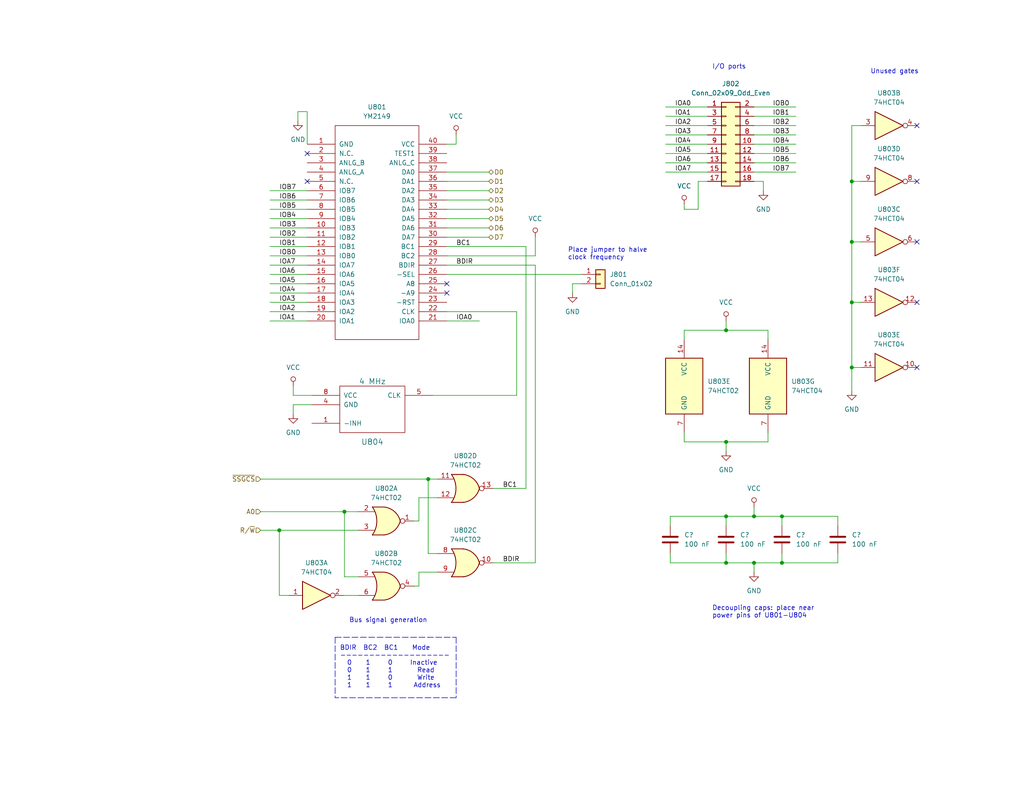
<source format=kicad_sch>
(kicad_sch (version 20211123) (generator eeschema)
  (paper "USLetter")
  (title_block (title "YM2149 sound module") (company "daveho hacks"))
  (lib_symbols
    (symbol "74xx:74HCT02" (pin_names (offset 1.016))
      (property "Reference" "U" (at 0 1.27 0))
      (property "Value" "74HCT02" (at 0 -1.27 0))
      (symbol "74HCT02_1_1"
        (arc (start -3.81 -3.81) (mid -2.589 0) (end -3.81 3.81) (stroke (width 0.254)))
        (arc (start -0.6096 -3.81) (mid 2.1842 -2.5851) (end 3.81 0) (stroke (width 0.254)) (fill (type background)))
        (polyline (pts (xy -3.81 -3.81) (xy -0.635 -3.81)) (stroke (width 0.254)) (fill (type background)))
        (polyline (pts (xy -3.81 3.81) (xy -0.635 3.81)) (stroke (width 0.254)) (fill (type background)))
        (polyline (pts (xy -0.635 3.81) (xy -3.81 3.81) (xy -3.81 3.81) (xy -3.556 3.4036) (xy -3.0226 2.2606) (xy -2.6924 1.0414) (xy -2.6162 -0.254) (xy -2.7686 -1.4986) (xy -3.175 -2.7178) (xy -3.81 -3.81) (xy -3.81 -3.81) (xy -0.635 -3.81)) (stroke (width -25.4)) (fill (type background)))
        (arc (start 3.81 0) (mid 2.1915 2.5936) (end -0.6096 3.81) (stroke (width 0.254)) (fill (type background)))
        (pin output inverted (at 7.62 0 180) (length 3.81) (name "~") (number "1"))
        (pin input line (at -7.62 2.54 0) (length 4.318) (name "~") (number "2"))
        (pin input line (at -7.62 -2.54 0) (length 4.318) (name "~") (number "3"))
      )
      (symbol "74HCT02_1_2"
        (arc (start 0 -3.81) (mid 3.81 0) (end 0 3.81) (stroke (width 0.254)) (fill (type background)))
        (polyline (pts (xy 0 3.81) (xy -3.81 3.81) (xy -3.81 -3.81) (xy 0 -3.81)) (stroke (width 0.254)) (fill (type background)))
        (pin output line (at 7.62 0 180) (length 3.81) (name "~") (number "1"))
        (pin input inverted (at -7.62 2.54 0) (length 3.81) (name "~") (number "2"))
        (pin input inverted (at -7.62 -2.54 0) (length 3.81) (name "~") (number "3"))
      )
      (symbol "74HCT02_2_1"
        (arc (start -3.81 -3.81) (mid -2.589 0) (end -3.81 3.81) (stroke (width 0.254)))
        (arc (start -0.6096 -3.81) (mid 2.1842 -2.5851) (end 3.81 0) (stroke (width 0.254)) (fill (type background)))
        (polyline (pts (xy -3.81 -3.81) (xy -0.635 -3.81)) (stroke (width 0.254)) (fill (type background)))
        (polyline (pts (xy -3.81 3.81) (xy -0.635 3.81)) (stroke (width 0.254)) (fill (type background)))
        (polyline (pts (xy -0.635 3.81) (xy -3.81 3.81) (xy -3.81 3.81) (xy -3.556 3.4036) (xy -3.0226 2.2606) (xy -2.6924 1.0414) (xy -2.6162 -0.254) (xy -2.7686 -1.4986) (xy -3.175 -2.7178) (xy -3.81 -3.81) (xy -3.81 -3.81) (xy -0.635 -3.81)) (stroke (width -25.4)) (fill (type background)))
        (arc (start 3.81 0) (mid 2.1915 2.5936) (end -0.6096 3.81) (stroke (width 0.254)) (fill (type background)))
        (pin output inverted (at 7.62 0 180) (length 3.81) (name "~") (number "4"))
        (pin input line (at -7.62 2.54 0) (length 4.318) (name "~") (number "5"))
        (pin input line (at -7.62 -2.54 0) (length 4.318) (name "~") (number "6"))
      )
      (symbol "74HCT02_2_2"
        (arc (start 0 -3.81) (mid 3.81 0) (end 0 3.81) (stroke (width 0.254)) (fill (type background)))
        (polyline (pts (xy 0 3.81) (xy -3.81 3.81) (xy -3.81 -3.81) (xy 0 -3.81)) (stroke (width 0.254)) (fill (type background)))
        (pin output line (at 7.62 0 180) (length 3.81) (name "~") (number "4"))
        (pin input inverted (at -7.62 2.54 0) (length 3.81) (name "~") (number "5"))
        (pin input inverted (at -7.62 -2.54 0) (length 3.81) (name "~") (number "6"))
      )
      (symbol "74HCT02_3_1"
        (arc (start -3.81 -3.81) (mid -2.589 0) (end -3.81 3.81) (stroke (width 0.254)))
        (arc (start -0.6096 -3.81) (mid 2.1842 -2.5851) (end 3.81 0) (stroke (width 0.254)) (fill (type background)))
        (polyline (pts (xy -3.81 -3.81) (xy -0.635 -3.81)) (stroke (width 0.254)) (fill (type background)))
        (polyline (pts (xy -3.81 3.81) (xy -0.635 3.81)) (stroke (width 0.254)) (fill (type background)))
        (polyline (pts (xy -0.635 3.81) (xy -3.81 3.81) (xy -3.81 3.81) (xy -3.556 3.4036) (xy -3.0226 2.2606) (xy -2.6924 1.0414) (xy -2.6162 -0.254) (xy -2.7686 -1.4986) (xy -3.175 -2.7178) (xy -3.81 -3.81) (xy -3.81 -3.81) (xy -0.635 -3.81)) (stroke (width -25.4)) (fill (type background)))
        (arc (start 3.81 0) (mid 2.1915 2.5936) (end -0.6096 3.81) (stroke (width 0.254)) (fill (type background)))
        (pin output inverted (at 7.62 0 180) (length 3.81) (name "~") (number "10"))
        (pin input line (at -7.62 2.54 0) (length 4.318) (name "~") (number "8"))
        (pin input line (at -7.62 -2.54 0) (length 4.318) (name "~") (number "9"))
      )
      (symbol "74HCT02_3_2"
        (arc (start 0 -3.81) (mid 3.81 0) (end 0 3.81) (stroke (width 0.254)) (fill (type background)))
        (polyline (pts (xy 0 3.81) (xy -3.81 3.81) (xy -3.81 -3.81) (xy 0 -3.81)) (stroke (width 0.254)) (fill (type background)))
        (pin output line (at 7.62 0 180) (length 3.81) (name "~") (number "10"))
        (pin input inverted (at -7.62 2.54 0) (length 3.81) (name "~") (number "8"))
        (pin input inverted (at -7.62 -2.54 0) (length 3.81) (name "~") (number "9"))
      )
      (symbol "74HCT02_4_1"
        (arc (start -3.81 -3.81) (mid -2.589 0) (end -3.81 3.81) (stroke (width 0.254)))
        (arc (start -0.6096 -3.81) (mid 2.1842 -2.5851) (end 3.81 0) (stroke (width 0.254)) (fill (type background)))
        (polyline (pts (xy -3.81 -3.81) (xy -0.635 -3.81)) (stroke (width 0.254)) (fill (type background)))
        (polyline (pts (xy -3.81 3.81) (xy -0.635 3.81)) (stroke (width 0.254)) (fill (type background)))
        (polyline (pts (xy -0.635 3.81) (xy -3.81 3.81) (xy -3.81 3.81) (xy -3.556 3.4036) (xy -3.0226 2.2606) (xy -2.6924 1.0414) (xy -2.6162 -0.254) (xy -2.7686 -1.4986) (xy -3.175 -2.7178) (xy -3.81 -3.81) (xy -3.81 -3.81) (xy -0.635 -3.81)) (stroke (width -25.4)) (fill (type background)))
        (arc (start 3.81 0) (mid 2.1915 2.5936) (end -0.6096 3.81) (stroke (width 0.254)) (fill (type background)))
        (pin input line (at -7.62 2.54 0) (length 4.318) (name "~") (number "11"))
        (pin input line (at -7.62 -2.54 0) (length 4.318) (name "~") (number "12"))
        (pin output inverted (at 7.62 0 180) (length 3.81) (name "~") (number "13"))
      )
      (symbol "74HCT02_4_2"
        (arc (start 0 -3.81) (mid 3.81 0) (end 0 3.81) (stroke (width 0.254)) (fill (type background)))
        (polyline (pts (xy 0 3.81) (xy -3.81 3.81) (xy -3.81 -3.81) (xy 0 -3.81)) (stroke (width 0.254)) (fill (type background)))
        (pin input inverted (at -7.62 2.54 0) (length 3.81) (name "~") (number "11"))
        (pin input inverted (at -7.62 -2.54 0) (length 3.81) (name "~") (number "12"))
        (pin output line (at 7.62 0 180) (length 3.81) (name "~") (number "13"))
      )
      (symbol "74HCT02_5_0"
        (pin power_in line (at 0 12.7 270) (length 5.08) (name "VCC") (number "14"))
        (pin power_in line (at 0 -12.7 90) (length 5.08) (name "GND") (number "7"))
      )
      (symbol "74HCT02_5_1"
        (rectangle (start -5.08 7.62) (end 5.08 -7.62) (stroke (width 0.254)) (fill (type background)))
      )
    )
    (symbol "74xx:74HCT04" (pin_names (offset 1.016))
      (property "Reference" "U" (at 0 1.27 0))
      (property "Value" "74HCT04" (at 0 -1.27 0))
      (symbol "74HCT04_1_0"
        (polyline (pts (xy -3.81 3.81) (xy -3.81 -3.81) (xy 3.81 0) (xy -3.81 3.81)) (stroke (width 0.254)) (fill (type background)))
        (pin input line (at -7.62 0 0) (length 3.81) (name "~") (number "1"))
        (pin output inverted (at 7.62 0 180) (length 3.81) (name "~") (number "2"))
      )
      (symbol "74HCT04_2_0"
        (polyline (pts (xy -3.81 3.81) (xy -3.81 -3.81) (xy 3.81 0) (xy -3.81 3.81)) (stroke (width 0.254)) (fill (type background)))
        (pin input line (at -7.62 0 0) (length 3.81) (name "~") (number "3"))
        (pin output inverted (at 7.62 0 180) (length 3.81) (name "~") (number "4"))
      )
      (symbol "74HCT04_3_0"
        (polyline (pts (xy -3.81 3.81) (xy -3.81 -3.81) (xy 3.81 0) (xy -3.81 3.81)) (stroke (width 0.254)) (fill (type background)))
        (pin input line (at -7.62 0 0) (length 3.81) (name "~") (number "5"))
        (pin output inverted (at 7.62 0 180) (length 3.81) (name "~") (number "6"))
      )
      (symbol "74HCT04_4_0"
        (polyline (pts (xy -3.81 3.81) (xy -3.81 -3.81) (xy 3.81 0) (xy -3.81 3.81)) (stroke (width 0.254)) (fill (type background)))
        (pin output inverted (at 7.62 0 180) (length 3.81) (name "~") (number "8"))
        (pin input line (at -7.62 0 0) (length 3.81) (name "~") (number "9"))
      )
      (symbol "74HCT04_5_0"
        (polyline (pts (xy -3.81 3.81) (xy -3.81 -3.81) (xy 3.81 0) (xy -3.81 3.81)) (stroke (width 0.254)) (fill (type background)))
        (pin output inverted (at 7.62 0 180) (length 3.81) (name "~") (number "10"))
        (pin input line (at -7.62 0 0) (length 3.81) (name "~") (number "11"))
      )
      (symbol "74HCT04_6_0"
        (polyline (pts (xy -3.81 3.81) (xy -3.81 -3.81) (xy 3.81 0) (xy -3.81 3.81)) (stroke (width 0.254)) (fill (type background)))
        (pin output inverted (at 7.62 0 180) (length 3.81) (name "~") (number "12"))
        (pin input line (at -7.62 0 0) (length 3.81) (name "~") (number "13"))
      )
      (symbol "74HCT04_7_0"
        (pin power_in line (at 0 12.7 270) (length 5.08) (name "VCC") (number "14"))
        (pin power_in line (at 0 -12.7 90) (length 5.08) (name "GND") (number "7"))
      )
      (symbol "74HCT04_7_1"
        (rectangle (start -5.08 7.62) (end 5.08 -7.62) (stroke (width 0.254)) (fill (type background)))
      )
    )
    (symbol "Connector_Generic:Conn_01x02" (pin_names (offset 1.016) hide)
      (property "Reference" "J" (at 0 2.54 0))
      (property "Value" "Conn_01x02" (at 0 -5.08 0))
      (symbol "Conn_01x02_1_1"
        (rectangle (start -1.27 -2.413) (end 0 -2.667) (stroke (width 0.1524)))
        (rectangle (start -1.27 0.127) (end 0 -0.127) (stroke (width 0.1524)))
        (rectangle (start -1.27 1.27) (end 1.27 -3.81) (stroke (width 0.254)) (fill (type background)))
        (pin passive line (at -5.08 0 0) (length 3.81) (name "Pin_1") (number "1"))
        (pin passive line (at -5.08 -2.54 0) (length 3.81) (name "Pin_2") (number "2"))
      )
    )
    (symbol "Connector_Generic:Conn_02x09_Odd_Even" (pin_names (offset 1.016) hide)
      (property "Reference" "J" (at 1.27 12.7 0))
      (property "Value" "Conn_02x09_Odd_Even" (at 1.27 -12.7 0))
      (symbol "Conn_02x09_Odd_Even_1_1"
        (rectangle (start -1.27 -10.033) (end 0 -10.287) (stroke (width 0.1524)))
        (rectangle (start -1.27 -7.493) (end 0 -7.747) (stroke (width 0.1524)))
        (rectangle (start -1.27 -4.953) (end 0 -5.207) (stroke (width 0.1524)))
        (rectangle (start -1.27 -2.413) (end 0 -2.667) (stroke (width 0.1524)))
        (rectangle (start -1.27 0.127) (end 0 -0.127) (stroke (width 0.1524)))
        (rectangle (start -1.27 2.667) (end 0 2.413) (stroke (width 0.1524)))
        (rectangle (start -1.27 5.207) (end 0 4.953) (stroke (width 0.1524)))
        (rectangle (start -1.27 7.747) (end 0 7.493) (stroke (width 0.1524)))
        (rectangle (start -1.27 10.287) (end 0 10.033) (stroke (width 0.1524)))
        (rectangle (start -1.27 11.43) (end 3.81 -11.43) (stroke (width 0.254)) (fill (type background)))
        (rectangle (start 3.81 -10.033) (end 2.54 -10.287) (stroke (width 0.1524)))
        (rectangle (start 3.81 -7.493) (end 2.54 -7.747) (stroke (width 0.1524)))
        (rectangle (start 3.81 -4.953) (end 2.54 -5.207) (stroke (width 0.1524)))
        (rectangle (start 3.81 -2.413) (end 2.54 -2.667) (stroke (width 0.1524)))
        (rectangle (start 3.81 0.127) (end 2.54 -0.127) (stroke (width 0.1524)))
        (rectangle (start 3.81 2.667) (end 2.54 2.413) (stroke (width 0.1524)))
        (rectangle (start 3.81 5.207) (end 2.54 4.953) (stroke (width 0.1524)))
        (rectangle (start 3.81 7.747) (end 2.54 7.493) (stroke (width 0.1524)))
        (rectangle (start 3.81 10.287) (end 2.54 10.033) (stroke (width 0.1524)))
        (pin passive line (at -5.08 10.16 0) (length 3.81) (name "Pin_1") (number "1"))
        (pin passive line (at 7.62 0 180) (length 3.81) (name "Pin_10") (number "10"))
        (pin passive line (at -5.08 -2.54 0) (length 3.81) (name "Pin_11") (number "11"))
        (pin passive line (at 7.62 -2.54 180) (length 3.81) (name "Pin_12") (number "12"))
        (pin passive line (at -5.08 -5.08 0) (length 3.81) (name "Pin_13") (number "13"))
        (pin passive line (at 7.62 -5.08 180) (length 3.81) (name "Pin_14") (number "14"))
        (pin passive line (at -5.08 -7.62 0) (length 3.81) (name "Pin_15") (number "15"))
        (pin passive line (at 7.62 -7.62 180) (length 3.81) (name "Pin_16") (number "16"))
        (pin passive line (at -5.08 -10.16 0) (length 3.81) (name "Pin_17") (number "17"))
        (pin passive line (at 7.62 -10.16 180) (length 3.81) (name "Pin_18") (number "18"))
        (pin passive line (at 7.62 10.16 180) (length 3.81) (name "Pin_2") (number "2"))
        (pin passive line (at -5.08 7.62 0) (length 3.81) (name "Pin_3") (number "3"))
        (pin passive line (at 7.62 7.62 180) (length 3.81) (name "Pin_4") (number "4"))
        (pin passive line (at -5.08 5.08 0) (length 3.81) (name "Pin_5") (number "5"))
        (pin passive line (at 7.62 5.08 180) (length 3.81) (name "Pin_6") (number "6"))
        (pin passive line (at -5.08 2.54 0) (length 3.81) (name "Pin_7") (number "7"))
        (pin passive line (at 7.62 2.54 180) (length 3.81) (name "Pin_8") (number "8"))
        (pin passive line (at -5.08 0 0) (length 3.81) (name "Pin_9") (number "9"))
      )
    )
    (symbol "YM2149:YM2149" (pin_names (offset 1.016))
      (property "Reference" "U" (at 0 -2.54 0))
      (property "Value" "YM2149" (at 0 2.54 0))
      (symbol "YM2149_1_0"
        (rectangle (start -11.43 -29.21) (end 11.43 29.21))
      )
      (symbol "YM2149_1_1"
        (pin power_in line (at -19.05 24.13 0) (length 7.62) (name "GND") (number "1"))
        (pin bidirectional line (at -19.05 1.27 0) (length 7.62) (name "IOB3") (number "10"))
        (pin bidirectional line (at -19.05 -1.27 0) (length 7.62) (name "IOB2") (number "11"))
        (pin bidirectional line (at -19.05 -3.81 0) (length 7.62) (name "IOB1") (number "12"))
        (pin bidirectional line (at -19.05 -6.35 0) (length 7.62) (name "IOB0") (number "13"))
        (pin bidirectional line (at -19.05 -8.89 0) (length 7.62) (name "IOA7") (number "14"))
        (pin bidirectional line (at -19.05 -11.43 0) (length 7.62) (name "IOA6") (number "15"))
        (pin bidirectional line (at -19.05 -13.97 0) (length 7.62) (name "IOA5") (number "16"))
        (pin bidirectional line (at -19.05 -16.51 0) (length 7.62) (name "IOA4") (number "17"))
        (pin bidirectional line (at -19.05 -19.05 0) (length 7.62) (name "IOA3") (number "18"))
        (pin bidirectional line (at -19.05 -21.59 0) (length 7.62) (name "IOA2") (number "19"))
        (pin unspecified line (at -19.05 21.59 0) (length 7.62) (name "N.C.") (number "2"))
        (pin bidirectional line (at -19.05 -24.13 0) (length 7.62) (name "IOA1") (number "20"))
        (pin bidirectional line (at 19.05 -24.13 180) (length 7.62) (name "IOA0") (number "21"))
        (pin input line (at 19.05 -21.59 180) (length 7.62) (name "CLK") (number "22"))
        (pin input line (at 19.05 -19.05 180) (length 7.62) (name "-RST") (number "23"))
        (pin input line (at 19.05 -16.51 180) (length 7.62) (name "-A9") (number "24"))
        (pin input line (at 19.05 -13.97 180) (length 7.62) (name "A8") (number "25"))
        (pin input line (at 19.05 -11.43 180) (length 7.62) (name "-SEL") (number "26"))
        (pin input line (at 19.05 -8.89 180) (length 7.62) (name "BDIR") (number "27"))
        (pin input line (at 19.05 -6.35 180) (length 7.62) (name "BC2") (number "28"))
        (pin input line (at 19.05 -3.81 180) (length 7.62) (name "BC1") (number "29"))
        (pin output line (at -19.05 19.05 0) (length 7.62) (name "ANLG_B") (number "3"))
        (pin bidirectional line (at 19.05 -1.27 180) (length 7.62) (name "DA7") (number "30"))
        (pin bidirectional line (at 19.05 1.27 180) (length 7.62) (name "DA6") (number "31"))
        (pin bidirectional line (at 19.05 3.81 180) (length 7.62) (name "DA5") (number "32"))
        (pin bidirectional line (at 19.05 6.35 180) (length 7.62) (name "DA4") (number "33"))
        (pin bidirectional line (at 19.05 8.89 180) (length 7.62) (name "DA3") (number "34"))
        (pin bidirectional line (at 19.05 11.43 180) (length 7.62) (name "DA2") (number "35"))
        (pin bidirectional line (at 19.05 13.97 180) (length 7.62) (name "DA1") (number "36"))
        (pin bidirectional line (at 19.05 16.51 180) (length 7.62) (name "DA0") (number "37"))
        (pin input line (at 19.05 19.05 180) (length 7.62) (name "ANLG_C") (number "38"))
        (pin output line (at 19.05 21.59 180) (length 7.62) (name "TEST1") (number "39"))
        (pin output line (at -19.05 16.51 0) (length 7.62) (name "ANLG_A") (number "4"))
        (pin power_in line (at 19.05 24.13 180) (length 7.62) (name "VCC") (number "40"))
        (pin unspecified line (at -19.05 13.97 0) (length 7.62) (name "N.C.") (number "5"))
        (pin bidirectional line (at -19.05 11.43 0) (length 7.62) (name "IOB7") (number "6"))
        (pin bidirectional line (at -19.05 8.89 0) (length 7.62) (name "IOB6") (number "7"))
        (pin bidirectional line (at -19.05 6.35 0) (length 7.62) (name "IOB5") (number "8"))
        (pin bidirectional line (at -19.05 3.81 0) (length 7.62) (name "IOB4") (number "9"))
      )
    )
    (symbol "device:C" (pin_numbers hide) (pin_names (offset 0.254))
      (property "Reference" "C" (at 0.635 2.54 0))
      (property "Value" "C" (at 0.635 -2.54 0))
      (symbol "C_0_1"
        (polyline (pts (xy -2.032 -0.762) (xy 2.032 -0.762)) (stroke (width 0.508)))
        (polyline (pts (xy -2.032 0.762) (xy 2.032 0.762)) (stroke (width 0.508)))
      )
      (symbol "C_1_1"
        (pin passive line (at 0 3.81 270) (length 2.794) (name "~") (number "1"))
        (pin passive line (at 0 -3.81 90) (length 2.794) (name "~") (number "2"))
      )
    )
    (symbol "power:GND" (power) (pin_names (offset 0))
      (property "Value" "GND" (at 0 -3.81 0))
      (symbol "GND_0_1"
        (polyline (pts (xy 0 0) (xy 0 -1.27) (xy 1.27 -1.27) (xy 0 -2.54) (xy -1.27 -1.27) (xy 0 -1.27)))
      )
      (symbol "GND_1_1"
        (pin power_in line (at 0 0 270) (length 0) hide (name "GND") (number "1"))
      )
    )
    (symbol "power:VCC" (power) (pin_names (offset 0))
      (property "Value" "VCC" (at 0 3.81 0))
      (symbol "VCC_0_1"
        (polyline (pts (xy 0 0) (xy 0 1.27)))
        (circle (center 0 1.905) (radius 0.635))
      )
      (symbol "VCC_1_1"
        (pin power_in line (at 0 0 90) (length 0) hide (name "VCC") (number "1"))
      )
    )
    (symbol "ya68k:XTAL_OSC_HALF_CAN" (pin_names (offset 1.016))
      (property "Reference" "U" (at 0 7.62 0))
      (property "Value" "XTAL_OSC_HALF_CAN" (at 0 -7.62 0))
      (symbol "XTAL_OSC_HALF_CAN_0_1"
        (rectangle (start -8.89 6.35) (end 8.89 -6.35))
      )
      (symbol "XTAL_OSC_HALF_CAN_1_1"
        (pin input line (at -16.51 -3.81 0) (length 7.62) (name "-INH") (number "1"))
        (pin input line (at -16.51 1.27 0) (length 7.62) (name "GND") (number "4"))
        (pin input line (at 16.51 3.81 180) (length 7.62) (name "CLK") (number "5"))
        (pin input line (at -16.51 3.81 0) (length 7.62) (name "VCC") (number "8"))
      )
    )
  )
  (junction (at 232.41 49.53))
  (junction (at 232.41 66.04))
  (junction (at 213.36 140.97))
  (junction (at 198.12 120.65))
  (junction (at 205.74 153.67))
  (junction (at 232.41 82.55))
  (junction (at 198.12 140.97))
  (junction (at 93.98 139.7))
  (junction (at 76.2 144.78))
  (junction (at 232.41 100.33))
  (junction (at 205.74 140.97))
  (junction (at 198.12 90.17))
  (junction (at 116.84 130.81))
  (junction (at 213.36 153.67))
  (junction (at 198.12 153.67))
  (no_connect (at 121.92 77.47))
  (no_connect (at 250.19 49.53))
  (no_connect (at 250.19 100.33))
  (no_connect (at 121.92 80.01))
  (no_connect (at 83.82 49.53))
  (no_connect (at 250.19 66.04))
  (no_connect (at 250.19 82.55))
  (no_connect (at 250.19 34.29))
  (no_connect (at 83.82 41.91))
  (wire (pts (xy 205.74 31.75) (xy 217.17 31.75)))
  (wire (pts (xy 213.36 153.67) (xy 228.6 153.67)))
  (wire (pts (xy 83.82 30.48) (xy 81.28 30.48)))
  (wire (pts (xy 73.66 54.61) (xy 83.82 54.61)))
  (wire (pts (xy 232.41 82.55) (xy 234.95 82.55)))
  (wire (pts (xy 232.41 82.55) (xy 232.41 100.33)))
  (wire (pts (xy 73.66 64.77) (xy 83.82 64.77)))
  (wire (pts (xy 121.92 74.93) (xy 158.75 74.93)))
  (wire (pts (xy 186.69 92.71) (xy 186.69 90.17)))
  (wire (pts (xy 198.12 140.97) (xy 205.74 140.97)))
  (wire (pts (xy 83.82 39.37) (xy 83.82 30.48)))
  (wire (pts (xy 158.75 77.47) (xy 156.21 77.47)))
  (wire (pts (xy 181.61 41.91) (xy 193.04 41.91)))
  (polyline (pts (xy 91.44 173.99) (xy 124.46 173.99)))
  (wire (pts (xy 85.09 110.49) (xy 80.01 110.49)))
  (wire (pts (xy 146.05 64.77) (xy 146.05 69.85)))
  (wire (pts (xy 71.12 144.78) (xy 76.2 144.78)))
  (wire (pts (xy 198.12 90.17) (xy 209.55 90.17)))
  (wire (pts (xy 213.36 140.97) (xy 228.6 140.97)))
  (wire (pts (xy 208.28 49.53) (xy 208.28 52.07)))
  (wire (pts (xy 119.38 135.89) (xy 114.3 135.89)))
  (wire (pts (xy 232.41 49.53) (xy 234.95 49.53)))
  (wire (pts (xy 76.2 144.78) (xy 97.79 144.78)))
  (wire (pts (xy 181.61 36.83) (xy 193.04 36.83)))
  (wire (pts (xy 80.01 105.41) (xy 80.01 107.95)))
  (wire (pts (xy 205.74 39.37) (xy 217.17 39.37)))
  (wire (pts (xy 205.74 49.53) (xy 208.28 49.53)))
  (wire (pts (xy 182.88 153.67) (xy 198.12 153.67)))
  (wire (pts (xy 198.12 120.65) (xy 198.12 123.19)))
  (wire (pts (xy 121.92 62.23) (xy 133.35 62.23)))
  (wire (pts (xy 146.05 72.39) (xy 146.05 153.67)))
  (wire (pts (xy 116.84 130.81) (xy 119.38 130.81)))
  (wire (pts (xy 228.6 140.97) (xy 228.6 143.51)))
  (wire (pts (xy 121.92 57.15) (xy 133.35 57.15)))
  (wire (pts (xy 121.92 72.39) (xy 146.05 72.39)))
  (wire (pts (xy 186.69 120.65) (xy 198.12 120.65)))
  (wire (pts (xy 198.12 153.67) (xy 205.74 153.67)))
  (wire (pts (xy 121.92 46.99) (xy 133.35 46.99)))
  (wire (pts (xy 113.03 142.24) (xy 114.3 142.24)))
  (wire (pts (xy 73.66 87.63) (xy 83.82 87.63)))
  (wire (pts (xy 73.66 59.69) (xy 83.82 59.69)))
  (wire (pts (xy 205.74 153.67) (xy 205.74 156.21)))
  (wire (pts (xy 73.66 72.39) (xy 83.82 72.39)))
  (wire (pts (xy 205.74 140.97) (xy 213.36 140.97)))
  (wire (pts (xy 205.74 41.91) (xy 217.17 41.91)))
  (wire (pts (xy 205.74 44.45) (xy 217.17 44.45)))
  (wire (pts (xy 73.66 67.31) (xy 83.82 67.31)))
  (wire (pts (xy 71.12 130.81) (xy 116.84 130.81)))
  (wire (pts (xy 93.98 157.48) (xy 93.98 139.7)))
  (polyline (pts (xy 124.46 173.99) (xy 124.46 190.5)))
  (wire (pts (xy 232.41 49.53) (xy 232.41 66.04)))
  (wire (pts (xy 205.74 36.83) (xy 217.17 36.83)))
  (wire (pts (xy 93.98 139.7) (xy 97.79 139.7)))
  (wire (pts (xy 71.12 139.7) (xy 93.98 139.7)))
  (wire (pts (xy 124.46 36.83) (xy 124.46 39.37)))
  (polyline (pts (xy 124.46 190.5) (xy 91.44 190.5)))
  (wire (pts (xy 73.66 82.55) (xy 83.82 82.55)))
  (wire (pts (xy 116.84 151.13) (xy 116.84 130.81)))
  (wire (pts (xy 181.61 29.21) (xy 193.04 29.21)))
  (wire (pts (xy 134.62 153.67) (xy 146.05 153.67)))
  (wire (pts (xy 93.98 162.56) (xy 97.79 162.56)))
  (wire (pts (xy 181.61 34.29) (xy 193.04 34.29)))
  (wire (pts (xy 73.66 57.15) (xy 83.82 57.15)))
  (wire (pts (xy 156.21 77.47) (xy 156.21 80.01)))
  (wire (pts (xy 121.92 69.85) (xy 146.05 69.85)))
  (wire (pts (xy 73.66 74.93) (xy 83.82 74.93)))
  (wire (pts (xy 186.69 118.11) (xy 186.69 120.65)))
  (wire (pts (xy 121.92 49.53) (xy 133.35 49.53)))
  (wire (pts (xy 198.12 87.63) (xy 198.12 90.17)))
  (wire (pts (xy 205.74 153.67) (xy 213.36 153.67)))
  (wire (pts (xy 181.61 44.45) (xy 193.04 44.45)))
  (wire (pts (xy 118.11 107.95) (xy 140.97 107.95)))
  (wire (pts (xy 228.6 153.67) (xy 228.6 151.13)))
  (wire (pts (xy 234.95 34.29) (xy 232.41 34.29)))
  (wire (pts (xy 78.74 162.56) (xy 76.2 162.56)))
  (wire (pts (xy 119.38 156.21) (xy 114.3 156.21)))
  (wire (pts (xy 232.41 100.33) (xy 232.41 106.68)))
  (wire (pts (xy 232.41 66.04) (xy 234.95 66.04)))
  (wire (pts (xy 121.92 87.63) (xy 130.81 87.63)))
  (wire (pts (xy 209.55 120.65) (xy 209.55 118.11)))
  (wire (pts (xy 121.92 52.07) (xy 133.35 52.07)))
  (wire (pts (xy 186.69 90.17) (xy 198.12 90.17)))
  (wire (pts (xy 205.74 34.29) (xy 217.17 34.29)))
  (wire (pts (xy 181.61 46.99) (xy 193.04 46.99)))
  (wire (pts (xy 209.55 90.17) (xy 209.55 92.71)))
  (wire (pts (xy 121.92 67.31) (xy 143.51 67.31)))
  (wire (pts (xy 121.92 54.61) (xy 133.35 54.61)))
  (wire (pts (xy 121.92 64.77) (xy 133.35 64.77)))
  (wire (pts (xy 119.38 151.13) (xy 116.84 151.13)))
  (wire (pts (xy 73.66 80.01) (xy 83.82 80.01)))
  (wire (pts (xy 81.28 30.48) (xy 81.28 33.02)))
  (wire (pts (xy 182.88 151.13) (xy 182.88 153.67)))
  (wire (pts (xy 143.51 67.31) (xy 143.51 133.35)))
  (wire (pts (xy 121.92 59.69) (xy 133.35 59.69)))
  (wire (pts (xy 182.88 140.97) (xy 198.12 140.97)))
  (wire (pts (xy 114.3 135.89) (xy 114.3 142.24)))
  (wire (pts (xy 73.66 52.07) (xy 83.82 52.07)))
  (wire (pts (xy 85.09 107.95) (xy 80.01 107.95)))
  (wire (pts (xy 73.66 69.85) (xy 83.82 69.85)))
  (wire (pts (xy 76.2 144.78) (xy 76.2 162.56)))
  (wire (pts (xy 190.5 49.53) (xy 190.5 57.15)))
  (wire (pts (xy 140.97 107.95) (xy 140.97 85.09)))
  (wire (pts (xy 198.12 140.97) (xy 198.12 143.51)))
  (wire (pts (xy 140.97 85.09) (xy 121.92 85.09)))
  (wire (pts (xy 232.41 66.04) (xy 232.41 82.55)))
  (wire (pts (xy 114.3 156.21) (xy 114.3 160.02)))
  (wire (pts (xy 205.74 46.99) (xy 217.17 46.99)))
  (wire (pts (xy 182.88 143.51) (xy 182.88 140.97)))
  (wire (pts (xy 205.74 29.21) (xy 217.17 29.21)))
  (wire (pts (xy 73.66 85.09) (xy 83.82 85.09)))
  (wire (pts (xy 73.66 77.47) (xy 83.82 77.47)))
  (wire (pts (xy 121.92 39.37) (xy 124.46 39.37)))
  (wire (pts (xy 198.12 151.13) (xy 198.12 153.67)))
  (wire (pts (xy 213.36 151.13) (xy 213.36 153.67)))
  (polyline (pts (xy 91.44 173.99) (xy 91.44 190.5)))
  (wire (pts (xy 232.41 34.29) (xy 232.41 49.53)))
  (wire (pts (xy 80.01 110.49) (xy 80.01 113.03)))
  (wire (pts (xy 181.61 39.37) (xy 193.04 39.37)))
  (wire (pts (xy 232.41 100.33) (xy 234.95 100.33)))
  (wire (pts (xy 193.04 49.53) (xy 190.5 49.53)))
  (wire (pts (xy 186.69 57.15) (xy 186.69 55.88)))
  (wire (pts (xy 205.74 138.43) (xy 205.74 140.97)))
  (wire (pts (xy 181.61 31.75) (xy 193.04 31.75)))
  (wire (pts (xy 97.79 157.48) (xy 93.98 157.48)))
  (wire (pts (xy 113.03 160.02) (xy 114.3 160.02)))
  (wire (pts (xy 198.12 120.65) (xy 209.55 120.65)))
  (wire (pts (xy 213.36 140.97) (xy 213.36 143.51)))
  (wire (pts (xy 134.62 133.35) (xy 143.51 133.35)))
  (wire (pts (xy 73.66 62.23) (xy 83.82 62.23)))
  (wire (pts (xy 190.5 57.15) (xy 186.69 57.15)))
  (text "Place jumper to halve\nclock frequency" (at 154.94 71.12 0) (effects (font (size 1.27 1.27)) (justify left bottom)))
  (text "I/O ports" (at 194.31 19.05 0) (effects (font (size 1.27 1.27)) (justify left bottom)))
  (text "BDIR  BC2  BC1    Mode\n-------------------\n  0    1     0     Inactive\n  0    1     1       Read\n  1    1     0       Write\n  1    1     1      Address" (at 92.71 187.96 0) (effects (font (size 1.27 1.27)) (justify left bottom)))
  (text "Unused gates" (at 237.49 20.32 0) (effects (font (size 1.27 1.27)) (justify left bottom)))
  (text "Decoupling caps: place near\npower pins of U801-U804" (at 194.31 168.91 0) (effects (font (size 1.27 1.27)) (justify left bottom)))
  (text "Bus signal generation" (at 95.25 170.18 0) (effects (font (size 1.27 1.27)) (justify left bottom)))
  (label "BDIR" (at 124.46 72.39 0))
  (label "IOA6" (at 184.15 44.45 0))
  (label "IOB3" (at 76.2 62.23 0))
  (label "IOA5" (at 184.15 41.91 0))
  (label "BC1" (at 124.46 67.31 0))
  (label "IOA3" (at 76.2 82.55 0))
  (label "IOA2" (at 184.15 34.29 0))
  (label "IOA4" (at 76.2 80.01 0))
  (label "IOA0" (at 124.46 87.63 0))
  (label "IOB4" (at 210.82 39.37 0))
  (label "IOB5" (at 76.2 57.15 0))
  (label "IOA5" (at 76.2 77.47 0))
  (label "IOA3" (at 184.15 36.83 0))
  (label "IOB2" (at 76.2 64.77 0))
  (label "IOB7" (at 210.82 46.99 0))
  (label "IOB7" (at 76.2 52.07 0))
  (label "IOA1" (at 184.15 31.75 0))
  (label "IOA4" (at 184.15 39.37 0))
  (label "IOB1" (at 210.82 31.75 0))
  (label "IOA6" (at 76.2 74.93 0))
  (label "IOB3" (at 210.82 36.83 0))
  (label "IOA7" (at 76.2 72.39 0))
  (label "IOB0" (at 76.2 69.85 0))
  (label "IOB5" (at 210.82 41.91 0))
  (label "IOB0" (at 210.82 29.21 0))
  (label "IOB6" (at 76.2 54.61 0))
  (label "IOA0" (at 184.15 29.21 0))
  (label "IOB6" (at 210.82 44.45 0))
  (label "IOA1" (at 76.2 87.63 0))
  (label "IOA7" (at 184.15 46.99 0))
  (label "BC1" (at 137.16 133.35 0))
  (label "IOA2" (at 76.2 85.09 0))
  (label "IOB2" (at 210.82 34.29 0))
  (label "IOB4" (at 76.2 59.69 0))
  (label "BDIR" (at 137.16 153.67 0))
  (label "IOB1" (at 76.2 67.31 0))
  (hierarchical_label "D0" (shape bidirectional) (at 133.35 46.99 0))
  (hierarchical_label "D2" (shape bidirectional) (at 133.35 52.07 0))
  (hierarchical_label "D4" (shape bidirectional) (at 133.35 57.15 0))
  (hierarchical_label "~{SSGCS}" (shape input) (at 71.12 130.81 180))
  (hierarchical_label "D3" (shape bidirectional) (at 133.35 54.61 0))
  (hierarchical_label "D5" (shape bidirectional) (at 133.35 59.69 0))
  (hierarchical_label "D7" (shape bidirectional) (at 133.35 64.77 0))
  (hierarchical_label "R{slash}~{W}" (shape input) (at 71.12 144.78 180))
  (hierarchical_label "D6" (shape bidirectional) (at 133.35 62.23 0))
  (hierarchical_label "A0" (shape input) (at 71.12 139.7 180))
  (hierarchical_label "D1" (shape bidirectional) (at 133.35 49.53 0))
  (symbol (lib_id "power:VCC") (at 186.69 55.88 0) (unit 1)
    (property "Reference" "#PWR?" (effects hide))
    (property "Value" "VCC" (at 186.69 50.8 0))
  )
  (symbol (lib_id "74xx:74HCT04") (at 242.57 66.04 0) (unit 3)
    (property "Reference" "U803" (at 242.57 57.15 0))
    (property "Value" "74HCT04" (at 242.57 59.69 0))
  )
  (symbol (lib_id "device:C") (at 198.12 147.32 0) (unit 1)
    (property "Reference" "C?" (at 201.93 146.0499 0) (effects (justify left)))
    (property "Value" "100 nF" (at 201.93 148.5899 0) (effects (justify left)))
  )
  (symbol (lib_id "Connector_Generic:Conn_01x02") (at 163.83 74.93 0) (unit 1)
    (property "Reference" "J801" (at 166.37 74.9299 0) (effects (justify left)))
    (property "Value" "Conn_01x02" (at 166.37 77.4699 0) (effects (justify left)))
  )
  (symbol (lib_id "power:GND") (at 81.28 33.02 0) (unit 1)
    (property "Reference" "#PWR?" (effects hide))
    (property "Value" "GND" (at 81.28 38.1 0))
  )
  (symbol (lib_id "74xx:74HCT02") (at 186.69 105.41 0) (unit 5)
    (property "Reference" "U803" (at 193.04 104.1399 0) (effects (justify left)))
    (property "Value" "74HCT02" (at 193.04 106.6799 0) (effects (justify left)))
  )
  (symbol (lib_id "74xx:74HCT04") (at 242.57 82.55 0) (unit 6)
    (property "Reference" "U803" (at 242.57 73.66 0))
    (property "Value" "74HCT04" (at 242.57 76.2 0))
  )
  (symbol (lib_id "power:VCC") (at 198.12 87.63 0) (unit 1)
    (property "Reference" "#PWR?" (effects hide))
    (property "Value" "VCC" (at 198.12 82.55 0))
  )
  (symbol (lib_id "power:VCC") (at 205.74 138.43 0) (unit 1)
    (property "Reference" "#PWR?" (effects hide))
    (property "Value" "VCC" (at 205.74 133.35 0))
  )
  (symbol (lib_id "power:GND") (at 205.74 156.21 0) (unit 1)
    (property "Reference" "#PWR?" (effects hide))
    (property "Value" "GND" (at 205.74 161.29 0))
  )
  (symbol (lib_id "power:VCC") (at 146.05 64.77 0) (unit 1)
    (property "Reference" "#PWR?" (effects hide))
    (property "Value" "VCC" (at 146.05 59.69 0))
  )
  (symbol (lib_id "power:GND") (at 156.21 80.01 0) (unit 1)
    (property "Reference" "#PWR?" (effects hide))
    (property "Value" "GND" (at 156.21 85.09 0))
  )
  (symbol (lib_id "power:VCC") (at 124.46 36.83 0) (unit 1)
    (property "Reference" "#PWR?" (effects hide))
    (property "Value" "VCC" (at 124.46 31.75 0))
  )
  (symbol (lib_id "device:C") (at 182.88 147.32 0) (unit 1)
    (property "Reference" "C?" (at 186.69 146.0499 0) (effects (justify left)))
    (property "Value" "100 nF" (at 186.69 148.5899 0) (effects (justify left)))
  )
  (symbol (lib_id "power:GND") (at 208.28 52.07 0) (unit 1)
    (property "Reference" "#PWR?" (effects hide))
    (property "Value" "GND" (at 208.28 57.15 0))
  )
  (symbol (lib_id "74xx:74HCT02") (at 105.41 160.02 0) (unit 2)
    (property "Reference" "U802" (at 105.41 151.13 0))
    (property "Value" "74HCT02" (at 105.41 153.67 0))
  )
  (symbol (lib_id "ya68k:XTAL_OSC_HALF_CAN") (at 101.6 111.76 0) (unit 1)
    (property "Reference" "U804" (at 101.6 120.65 0) (effects (font (size 1.524 1.524))))
    (property "Value" "4 MHz" (at 101.6 104.14 0) (effects (font (size 1.524 1.524))))
  )
  (symbol (lib_id "YM2149:YM2149") (at 102.87 63.5 0) (unit 1)
    (property "Reference" "U801" (at 102.87 29.21 0))
    (property "Value" "YM2149" (at 102.87 31.75 0))
    (property "Footprint" "MODULE" (effects hide))
    (property "Datasheet" "DOCUMENTATION" (effects hide))
  )
  (symbol (lib_id "power:GND") (at 80.01 113.03 0) (unit 1)
    (property "Reference" "#PWR?" (effects hide))
    (property "Value" "GND" (at 80.01 118.11 0))
  )
  (symbol (lib_id "74xx:74HCT02") (at 105.41 142.24 0) (unit 1)
    (property "Reference" "U802" (at 105.41 133.35 0))
    (property "Value" "74HCT02" (at 105.41 135.89 0))
  )
  (symbol (lib_id "74xx:74HCT04") (at 242.57 49.53 0) (unit 4)
    (property "Reference" "U803" (at 242.57 40.64 0))
    (property "Value" "74HCT04" (at 242.57 43.18 0))
  )
  (symbol (lib_id "74xx:74HCT04") (at 86.36 162.56 0) (unit 1)
    (property "Reference" "U803" (at 86.36 153.67 0))
    (property "Value" "74HCT04" (at 86.36 156.21 0))
  )
  (symbol (lib_id "power:GND") (at 198.12 123.19 0) (unit 1)
    (property "Reference" "#PWR?" (effects hide))
    (property "Value" "GND" (at 198.12 128.27 0))
  )
  (symbol (lib_id "device:C") (at 228.6 147.32 0) (unit 1)
    (property "Reference" "C?" (at 232.41 146.0499 0) (effects (justify left)))
    (property "Value" "100 nF" (at 232.41 148.5899 0) (effects (justify left)))
  )
  (symbol (lib_id "power:VCC") (at 80.01 105.41 0) (unit 1)
    (property "Reference" "#PWR?" (effects hide))
    (property "Value" "VCC" (at 80.01 100.33 0))
  )
  (symbol (lib_id "power:GND") (at 232.41 106.68 0) (unit 1)
    (property "Reference" "#PWR?" (effects hide))
    (property "Value" "GND" (at 232.41 111.76 0))
  )
  (symbol (lib_id "74xx:74HCT04") (at 242.57 100.33 0) (unit 5)
    (property "Reference" "U803" (at 242.57 91.44 0))
    (property "Value" "74HCT04" (at 242.57 93.98 0))
  )
  (symbol (lib_id "74xx:74HCT04") (at 209.55 105.41 0) (unit 7)
    (property "Reference" "U803" (at 215.9 104.1399 0) (effects (justify left)))
    (property "Value" "74HCT04" (at 215.9 106.6799 0) (effects (justify left)))
  )
  (symbol (lib_id "Connector_Generic:Conn_02x09_Odd_Even") (at 198.12 39.37 0) (unit 1)
    (property "Reference" "J802" (at 199.39 22.86 0))
    (property "Value" "Conn_02x09_Odd_Even" (at 199.39 25.4 0))
  )
  (symbol (lib_id "74xx:74HCT04") (at 242.57 34.29 0) (unit 2)
    (property "Reference" "U803" (at 242.57 25.4 0))
    (property "Value" "74HCT04" (at 242.57 27.94 0))
  )
  (symbol (lib_id "device:C") (at 213.36 147.32 0) (unit 1)
    (property "Reference" "C?" (at 217.17 146.0499 0) (effects (justify left)))
    (property "Value" "100 nF" (at 217.17 148.5899 0) (effects (justify left)))
  )
  (symbol (lib_id "74xx:74HCT02") (at 127 153.67 0) (unit 3)
    (property "Reference" "U802" (at 127 144.78 0))
    (property "Value" "74HCT02" (at 127 147.32 0))
  )
  (symbol (lib_id "74xx:74HCT02") (at 127 133.35 0) (unit 4)
    (property "Reference" "U802" (at 127 124.46 0))
    (property "Value" "74HCT02" (at 127 127 0))
  )
)
</source>
